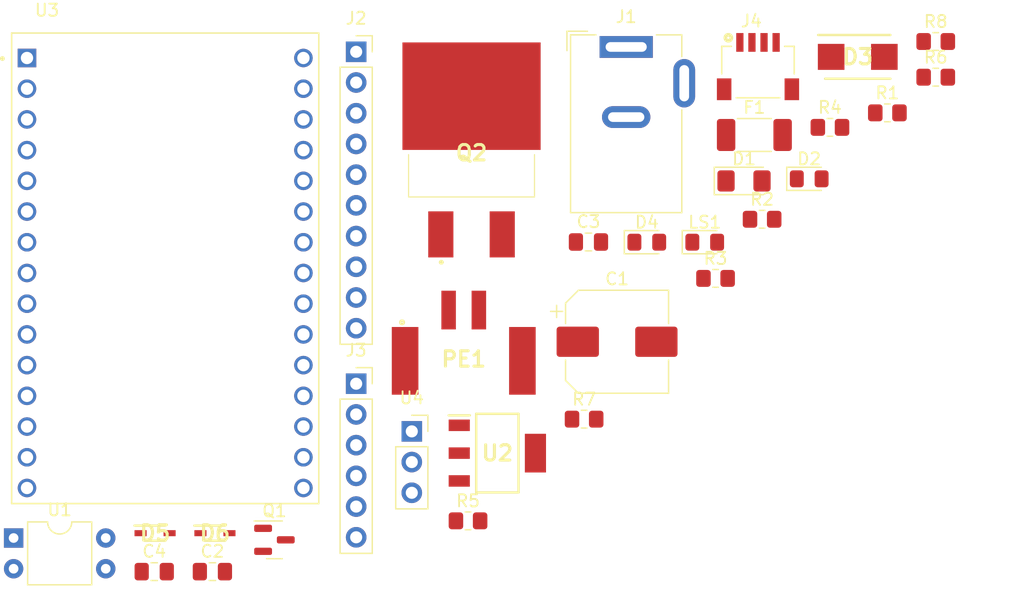
<source format=kicad_pcb>
(kicad_pcb (version 20211014) (generator pcbnew)
  (title_block (title "WasteBinPrototype") (date "2023-05-24") (rev "V0.1") (comment 1 "Designed by Casper R. Tak"))
  (layers (0 "F.Cu" signal) (31 "B.Cu" signal) (34 "B.Paste" user) (35 "F.Paste" user) (36 "B.SilkS" user "B.Silkscreen") (37 "F.SilkS" user "F.Silkscreen") (38 "B.Mask" user) (39 "F.Mask" user) (44 "Edge.Cuts" user))
  (net 0 "")
  (net 1 "12V")
  (net 2 "GND")
  (net 3 "5V")
  (net 4 "Net-(D1-Pad2)")
  (net 5 "Net-(D2-Pad1)")
  (net 6 "Net-(D4-Pad1)")
  (net 7 "SCL")
  (net 8 "SDA")
  (net 9 "Net-(F1-Pad1)")
  (net 10 "GPIO29")
  (net 11 "GPIO28")
  (net 12 "GPIO21")
  (net 13 "GPIO20")
  (net 14 "GPIO19")
  (net 15 "GPIO18")
  (net 16 "GPIO7")
  (net 17 "GPIO6")
  (net 18 "GPIO2")
  (net 19 "RST")
  (net 20 "3.3V+")
  (net 21 "Net-(LS1-Pad2)")
  (net 22 "Net-(Q1-Pad1)")
  (net 23 "Net-(Q2-Pad1)")
  (net 24 "PiezoSignal")
  (net 25 "Net-(R6-Pad2)")
  (net 26 "Net-(R7-Pad1)")
  (net 27 "PWM")
  (net 28 "LidPos")
  (net 29 "3.3V")
  (net 30 "PiezoCtrl")
  (net 32 "PeltierCtrl")
  (footprint "SamacSys_Parts:SOD2512X110N" (layer "F.Cu") (at 116.989 120.605)
    (fp_text reference "D5" (at 0 0) (layer "F.SilkS") (effects (font (size 1.27 1.27) (thickness 0.254))))
    (fp_text value "ESD7351HT1G" hide)
    (fp_line (start -1.7 -0.625) (end 0.85 -0.625) (layer "F.SilkS") (width 0.2))
    (fp_line (start -0.85 0.625) (end 0.85 0.625) (layer "F.SilkS") (width 0.2))
    (pad "1" smd rect locked (at -1.2 0 90) (size 0.5 1) (layers "F.Cu" "F.Paste" "F.Mask") (net 7 "SCL"))
    (pad "2" smd rect locked (at 1.2 0 90) (size 0.5 1) (layers "F.Cu" "F.Paste" "F.Mask") (net 2 "GND"))
  )
  (footprint "Connector_BarrelJack:BarrelJack_Wuerth_6941xx301002" (layer "F.Cu") (at 155.949 80.395)
    (fp_text reference "J1" (at 0 -2.5) (layer "F.SilkS"))
    (fp_text value "Jack-DC 12V")
    (fp_line (start 2.5 -1) (end 4.6 -1) (layer "F.SilkS") (width 0.12))
    (fp_line (start 4.6 5.2) (end 4.6 13.7) (layer "F.SilkS") (width 0.12))
    (fp_line (start -4.9 -1.3) (end -4.9 0.3) (layer "F.SilkS") (width 0.12))
    (fp_line (start -4.6 13.7) (end -4.6 -1) (layer "F.SilkS") (width 0.12))
    (fp_line (start -4.6 -1) (end -2.5 -1) (layer "F.SilkS") (width 0.12))
    (fp_line (start 4.6 13.7) (end -4.6 13.7) (layer "F.SilkS") (width 0.12))
    (fp_line (start -3.2 -1.3) (end -4.9 -1.3) (layer "F.SilkS") (width 0.12))
    (fp_line (start 4.6 -1) (end 4.6 0.8) (layer "F.SilkS") (width 0.12))
    (pad "1" thru_hole rect (at 0 0) (size 4.4 1.8) (drill oval 3.4 0.8) (layers *.Cu *.Mask) (net 9 "Net-(F1-Pad1)"))
    (pad "2" thru_hole oval (at 0 5.8) (size 4 1.8) (drill oval 3 0.8) (layers *.Cu *.Mask) (net 2 "GND"))
    (pad "3" thru_hole oval (at 4.8 3 90) (size 4 1.8) (drill oval 3 0.8) (layers *.Cu *.Mask) (net 2 "GND"))
  )
  (footprint "Resistor_SMD:R_0805_2012Metric_Pad1.20x1.40mm_HandSolder" (layer "F.Cu") (at 152.469 111.175)
    (fp_text reference "R7" (at 0 -1.65) (layer "F.SilkS"))
    (fp_text value "1K")
    (fp_line (start -0.227064 -0.735) (end 0.227064 -0.735) (layer "F.SilkS") (width 0.12))
    (fp_line (start -0.227064 0.735) (end 0.227064 0.735) (layer "F.SilkS") (width 0.12))
    (pad "1" smd roundrect (at -1 0) (size 1.2 1.4) (layers "F.Cu" "F.Paste" "F.Mask") (roundrect_rratio 0.208333) (net 26 "Net-(R7-Pad1)"))
    (pad "2" smd roundrect (at 1 0) (size 1.2 1.4) (layers "F.Cu" "F.Paste" "F.Mask") (roundrect_rratio 0.208333) (net 27 "PWM"))
  )
  (footprint "Connector_PinSocket_2.54mm:PinSocket_1x10_P2.54mm_Vertical" (layer "F.Cu") (at 133.619 80.795)
    (fp_text reference "J2" (at 0 -2.77) (layer "F.SilkS"))
    (fp_text value "Conn_01x10_Male")
    (fp_line (start -1.33 24.19) (end 1.33 24.19) (layer "F.SilkS") (width 0.12))
    (fp_line (start 1.33 1.27) (end 1.33 24.19) (layer "F.SilkS") (width 0.12))
    (fp_line (start 0 -1.33) (end 1.33 -1.33) (layer "F.SilkS") (width 0.12))
    (fp_line (start -1.33 1.27) (end -1.33 24.19) (layer "F.SilkS") (width 0.12))
    (fp_line (start -1.33 1.27) (end 1.33 1.27) (layer "F.SilkS") (width 0.12))
    (fp_line (start 1.33 -1.33) (end 1.33 0) (layer "F.SilkS") (width 0.12))
    (pad "1" thru_hole rect (at 0 0) (size 1.7 1.7) (drill 1) (layers *.Cu *.Mask) (net 10 "GPIO29"))
    (pad "2" thru_hole oval (at 0 2.54) (size 1.7 1.7) (drill 1) (layers *.Cu *.Mask) (net 11 "GPIO28"))
    (pad "3" thru_hole oval (at 0 5.08) (size 1.7 1.7) (drill 1) (layers *.Cu *.Mask) (net 12 "GPIO21"))
    (pad "4" thru_hole oval (at 0 7.62) (size 1.7 1.7) (drill 1) (layers *.Cu *.Mask) (net 13 "GPIO20"))
    (pad "5" thru_hole oval (at 0 10.16) (size 1.7 1.7) (drill 1) (layers *.Cu *.Mask) (net 14 "GPIO19"))
    (pad "6" thru_hole oval (at 0 12.7) (size 1.7 1.7) (drill 1) (layers *.Cu *.Mask) (net 15 "GPIO18"))
    (pad "7" thru_hole oval (at 0 15.24) (size 1.7 1.7) (drill 1) (layers *.Cu *.Mask) (net 16 "GPIO7"))
    (pad "8" thru_hole oval (at 0 17.78) (size 1.7 1.7) (drill 1) (layers *.Cu *.Mask) (net 17 "GPIO6"))
    (pad "9" thru_hole oval (at 0 20.32) (size 1.7 1.7) (drill 1) (layers *.Cu *.Mask) (net 18 "GPIO2"))
    (pad "10" thru_hole oval (at 0 22.86) (size 1.7 1.7) (drill 1) (layers *.Cu *.Mask) (net 19 "RST"))
  )
  (footprint "Resistor_SMD:R_0805_2012Metric_Pad1.20x1.40mm_HandSolder" (layer "F.Cu") (at 142.869 119.585)
    (fp_text reference "R5" (at 0 -1.65) (layer "F.SilkS"))
    (fp_text value "100")
    (fp_line (start -0.227064 -0.735) (end 0.227064 -0.735) (layer "F.SilkS") (width 0.12))
    (fp_line (start -0.227064 0.735) (end 0.227064 0.735) (layer "F.SilkS") (width 0.12))
    (pad "1" smd roundrect (at -1 0) (size 1.2 1.4) (layers "F.Cu" "F.Paste" "F.Mask") (roundrect_rratio 0.208333) (net 23 "Net-(Q2-Pad1)"))
    (pad "2" smd roundrect (at 1 0) (size 1.2 1.4) (layers "F.Cu" "F.Paste" "F.Mask") (roundrect_rratio 0.208333) (net 6 "Net-(D4-Pad1)"))
  )
  (footprint "LED_SMD:LED_0805_2012Metric_Pad1.15x1.40mm_HandSolder" (layer "F.Cu") (at 171.084 91.3)
    (fp_text reference "D2" (at 0 -1.65) (layer "F.SilkS"))
    (fp_text value "LED")
    (fp_line (start -1.86 0.96) (end 1 0.96) (layer "F.SilkS") (width 0.12))
    (fp_line (start 1 -0.96) (end -1.86 -0.96) (layer "F.SilkS") (width 0.12))
    (fp_line (start -1.86 -0.96) (end -1.86 0.96) (layer "F.SilkS") (width 0.12))
    (pad "1" smd roundrect (at -1.025 0) (size 1.15 1.4) (layers "F.Cu" "F.Paste" "F.Mask") (roundrect_rratio 0.217391) (net 5 "Net-(D2-Pad1)"))
    (pad "2" smd roundrect (at 1.025 0) (size 1.15 1.4) (layers "F.Cu" "F.Paste" "F.Mask") (roundrect_rratio 0.217391) (net 1 "12V"))
  )
  (footprint "Package_TO_SOT_SMD:SOT-23" (layer "F.Cu") (at 126.859 121.155)
    (fp_text reference "Q1" (at 0 -2.4) (layer "F.SilkS"))
    (fp_text value "MMBT3904")
    (fp_line (start 0 1.56) (end -0.65 1.56) (layer "F.SilkS") (width 0.12))
    (fp_line (start 0 1.56) (end 0.65 1.56) (layer "F.SilkS") (width 0.12))
    (fp_line (start 0 -1.56) (end -1.675 -1.56) (layer "F.SilkS") (width 0.12))
    (fp_line (start 0 -1.56) (end 0.65 -1.56) (layer "F.SilkS") (width 0.12))
    (pad "1" smd roundrect (at -0.9375 -0.95) (size 1.475 0.6) (layers "F.Cu" "F.Paste" "F.Mask") (net 22 "Net-(Q1-Pad1)"))
    (pad "2" smd roundrect (at -0.9375 0.95) (size 1.475 0.6) (layers "F.Cu" "F.Paste" "F.Mask") (net 2 "GND"))
    (pad "3" smd roundrect (at 0.9375 0) (size 1.475 0.6) (layers "F.Cu" "F.Paste" "F.Mask") (net 21 "Net-(LS1-Pad2)"))
  )
  (footprint "Capacitor_SMD:C_0805_2012Metric_Pad1.18x1.45mm_HandSolder" (layer "F.Cu") (at 121.729 123.785)
    (fp_text reference "C2" (at 0 -1.68) (layer "F.SilkS"))
    (fp_text value "100nF 25V")
    (fp_line (start -0.261252 0.735) (end 0.261252 0.735) (layer "F.SilkS") (width 0.12))
    (fp_line (start -0.261252 -0.735) (end 0.261252 -0.735) (layer "F.SilkS") (width 0.12))
    (pad "1" smd roundrect (at -1.0375 0) (size 1.175 1.45) (layers "F.Cu" "F.Paste" "F.Mask") (roundrect_rratio 0.212766) (net 1 "12V"))
    (pad "2" smd roundrect (at 1.0375 0) (size 1.175 1.45) (layers "F.Cu" "F.Paste" "F.Mask") (roundrect_rratio 0.212766) (net 2 "GND"))
  )
  (footprint "Resistor_SMD:R_0805_2012Metric_Pad1.20x1.40mm_HandSolder" (layer "F.Cu") (at 177.549 85.845)
    (fp_text reference "R1" (at 0 -1.65) (layer "F.SilkS"))
    (fp_text value "1K")
    (fp_line (start -0.227064 -0.735) (end 0.227064 -0.735) (layer "F.SilkS") (width 0.12))
    (fp_line (start -0.227064 0.735) (end 0.227064 0.735) (layer "F.SilkS") (width 0.12))
    (pad "1" smd roundrect (at -1 0) (size 1.2 1.4) (layers "F.Cu" "F.Paste" "F.Mask") (roundrect_rratio 0.208333) (net 24 "PiezoSignal"))
    (pad "2" smd roundrect (at 1 0) (size 1.2 1.4) (layers "F.Cu" "F.Paste" "F.Mask") (roundrect_rratio 0.208333) (net 22 "Net-(Q1-Pad1)"))
  )
  (footprint "Resistor_SMD:R_0805_2012Metric_Pad1.20x1.40mm_HandSolder" (layer "F.Cu") (at 172.799 87.045)
    (fp_text reference "R4" (at 0 -1.65) (layer "F.SilkS"))
    (fp_text value "4.7K")
    (fp_line (start -0.227064 0.735) (end 0.227064 0.735) (layer "F.SilkS") (width 0.12))
    (fp_line (start -0.227064 -0.735) (end 0.227064 -0.735) (layer "F.SilkS") (width 0.12))
    (pad "1" smd roundrect (at -1 0) (size 1.2 1.4) (layers "F.Cu" "F.Paste" "F.Mask") (roundrect_rratio 0.208333) (net 23 "Net-(Q2-Pad1)"))
    (pad "2" smd roundrect (at 1 0) (size 1.2 1.4) (layers "F.Cu" "F.Paste" "F.Mask") (roundrect_rratio 0.208333) (net 2 "GND"))
  )
  (footprint "Diode_SMD:D_1206_3216Metric_Pad1.42x1.75mm_HandSolder" (layer "F.Cu") (at 165.694 91.475)
    (fp_text reference "D1" (at 0 -1.82) (layer "F.SilkS"))
    (fp_text value "DIODE-1N4148")
    (fp_line (start 1.6 -1.135) (end -2.46 -1.135) (layer "F.SilkS") (width 0.12))
    (fp_line (start -2.46 1.135) (end 1.6 1.135) (layer "F.SilkS") (width 0.12))
    (fp_line (start -2.46 -1.135) (end -2.46 1.135) (layer "F.SilkS") (width 0.12))
    (pad "1" smd roundrect (at -1.4875 0) (size 1.425 1.75) (layers "F.Cu" "F.Paste" "F.Mask") (roundrect_rratio 0.175439) (net 1 "12V"))
    (pad "2" smd roundrect (at 1.4875 0) (size 1.425 1.75) (layers "F.Cu" "F.Paste" "F.Mask") (roundrect_rratio 0.175439) (net 4 "Net-(D1-Pad2)"))
  )
  (footprint "SamacSys_Parts:IRF2804STRLPBF" (layer "F.Cu") (at 143.159 91.145)
    (fp_text reference "Q2" (at 0 -1.985) (layer "F.SilkS") (effects (font (size 1.27 1.27) (thickness 0.254))))
    (fp_text value "IRL540NSTRLPBF" hide)
    (fp_line (start 5.207 1.655) (end 5.207 -1.845) (layer "F.SilkS") (width 0.1))
    (fp_line (start -2.6 7.055) (end -2.6 7.055) (layer "F.SilkS") (width 0.2))
    (fp_line (start -5.207 -1.845) (end -5.207 1.655) (layer "F.SilkS") (width 0.1))
    (fp_line (start -2.4 7.055) (end -2.4 7.055) (layer "F.SilkS") (width 0.2))
    (fp_line (start -5.207 1.655) (end 5.207 1.655) (layer "F.SilkS") (width 0.1))
    (fp_arc (start -2.6 7.055) (mid -2.5 6.955) (end -2.4 7.055) (layer "F.SilkS") (width 0.2))
    (fp_arc (start -2.4 7.055) (mid -2.5 7.155) (end -2.6 7.055) (layer "F.SilkS") (width 0.2))
    (pad "1" smd rect locked (at -2.54 4.75) (size 2.08 3.81) (layers "F.Cu" "F.Paste" "F.Mask") (net 23 "Net-(Q2-Pad1)"))
    (pad "2" smd rect locked (at 0 -6.68 90) (size 8.89 11.43) (layers "F.Cu" "F.Paste" "F.Mask") (net 2 "GND"))
    (pad "3" smd rect locked (at 2.54 4.75) (size 2.08 3.81) (layers "F.Cu" "F.Paste" "F.Mask") (net 4 "Net-(D1-Pad2)"))
  )
  (footprint "Capacitor_SMD:CP_Elec_8x10" (layer "F.Cu") (at 155.194 104.775)
    (fp_text reference "C1" (at 0 -5.2) (layer "F.SilkS"))
    (fp_text value "680uF 25V")
    (fp_line (start 4.26 4.26) (end 4.26 1.51) (layer "F.SilkS") (width 0.12))
    (fp_line (start -3.195563 -4.26) (end 4.26 -4.26) (layer "F.SilkS") (width 0.12))
    (fp_line (start -4.26 -3.195563) (end -4.26 -1.51) (layer "F.SilkS") (width 0.12))
    (fp_line (start -4.26 3.195563) (end -4.26 1.51) (layer "F.SilkS") (width 0.12))
    (fp_line (start -3.195563 4.26) (end 4.26 4.26) (layer "F.SilkS") (width 0.12))
    (fp_line (start -5.5 -2.51) (end -4.5 -2.51) (layer "F.SilkS") (width 0.12))
    (fp_line (start -5 -3.01) (end -5 -2.01) (layer "F.SilkS") (width 0.12))
    (fp_line (start -4.26 -3.195563) (end -3.195563 -4.26) (layer "F.SilkS") (width 0.12))
    (fp_line (start 4.26 -4.26) (end 4.26 -1.51) (layer "F.SilkS") (width 0.12))
    (fp_line (start -4.26 3.195563) (end -3.195563 4.26) (layer "F.SilkS") (width 0.12))
    (pad "1" smd roundrect (at -3.25 0) (size 3.5 2.5) (layers "F.Cu" "F.Paste" "F.Mask") (roundrect_rratio 0.1) (net 1 "12V"))
    (pad "2" smd roundrect (at 3.25 0) (size 3.5 2.5) (layers "F.Cu" "F.Paste" "F.Mask") (roundrect_rratio 0.1) (net 2 "GND"))
  )
  (footprint "Connector_PinSocket_2.54mm:PinSocket_1x03_P2.54mm_Vertical" (layer "F.Cu") (at 138.219 112.185)
    (fp_text reference "U4" (at 0 -2.77) (layer "F.SilkS"))
    (fp_text value "A1301EUA-T")
    (fp_line (start 1.33 -1.33) (end 1.33 0) (layer "F.SilkS") (width 0.12))
    (fp_line (start 1.33 1.27) (end 1.33 6.41) (layer "F.SilkS") (width 0.12))
    (fp_line (start 0 -1.33) (end 1.33 -1.33) (layer "F.SilkS") (width 0.12))
    (fp_line (start -1.33 1.27) (end 1.33 1.27) (layer "F.SilkS") (width 0.12))
    (fp_line (start -1.33 6.41) (end 1.33 6.41) (layer "F.SilkS") (width 0.12))
    (fp_line (start -1.33 1.27) (end -1.33 6.41) (layer "F.SilkS") (width 0.12))
    (pad "1" thru_hole rect (at 0 0) (size 1.7 1.7) (drill 1) (layers *.Cu *.Mask) (net 29 "3.3V"))
    (pad "2" thru_hole oval (at 0 2.54) (size 1.7 1.7) (drill 1) (layers *.Cu *.Mask) (net 2 "GND"))
    (pad "3" thru_hole oval (at 0 5.08) (size 1.7 1.7) (drill 1) (layers *.Cu *.Mask) (net 28 "LidPos"))
  )
  (footprint "SamacSys_Parts:SOT230P700X180-4N" (layer "F.Cu") (at 145.294 113.985)
    (fp_text reference "U2" (at 0 0) (layer "F.SilkS") (effects (font (size 1.27 1.27) (thickness 0.254))))
    (fp_text value "TLV1117-50" hide)
    (fp_line (start 1.75 -3.25) (end 1.75 3.25) (layer "F.SilkS") (width 0.2))
    (fp_line (start -1.75 -3.25) (end 1.75 -3.25) (layer "F.SilkS") (width 0.2))
    (fp_line (start -4.025 -3.125) (end -2.275 -3.125) (layer "F.SilkS") (width 0.2))
    (fp_line (start 1.75 3.25) (end -1.75 3.25) (layer "F.SilkS") (width 0.2))
    (fp_line (start -1.75 3.25) (end -1.75 -3.25) (layer "F.SilkS") (width 0.2))
    (pad "1" smd rect locked (at -3.15 -2.3 90) (size 0.95 1.75) (layers "F.Cu" "F.Paste" "F.Mask") (net 2 "GND"))
    (pad "2" smd rect locked (at -3.15 0 90) (size 0.95 1.75) (layers "F.Cu" "F.Paste" "F.Mask") (net 3 "5V"))
    (pad "3" smd rect locked (at -3.15 2.3 90) (size 0.95 1.75) (layers "F.Cu" "F.Paste" "F.Mask") (net 1 "12V"))
    (pad "4" smd rect locked (at 3.15 0) (size 1.75 3.2) (layers "F.Cu" "F.Paste" "F.Mask"))
  )
  (footprint "Resistor_SMD:R_0805_2012Metric_Pad1.20x1.40mm_HandSolder" (layer "F.Cu") (at 181.549 79.945)
    (fp_text reference "R8" (at 0 -1.65) (layer "F.SilkS"))
    (fp_text value "10K")
    (fp_line (start -0.227064 0.735) (end 0.227064 0.735) (layer "F.SilkS") (width 0.12))
    (fp_line (start -0.227064 -0.735) (end 0.227064 -0.735) (layer "F.SilkS") (width 0.12))
    (pad "1" smd roundrect (at -1 0) (size 1.2 1.4) (layers "F.Cu" "F.Paste" "F.Mask") (roundrect_rratio 0.208333) (net 28 "LidPos"))
    (pad "2" smd roundrect (at 1 0) (size 1.2 1.4) (layers "F.Cu" "F.Paste" "F.Mask") (roundrect_rratio 0.208333) (net 29 "3.3V"))
  )
  (footprint "Resistor_SMD:R_0805_2012Metric_Pad1.20x1.40mm_HandSolder" (layer "F.Cu") (at 167.189 94.645)
    (fp_text reference "R2" (at 0 -1.65) (layer "F.SilkS"))
    (fp_text value "4.7K")
    (fp_line (start -0.227064 0.735) (end 0.227064 0.735) (layer "F.SilkS") (width 0.12))
    (fp_line (start -0.227064 -0.735) (end 0.227064 -0.735) (layer "F.SilkS") (width 0.12))
    (pad "1" smd roundrect (at -1 0) (size 1.2 1.4) (layers "F.Cu" "F.Paste" "F.Mask") (roundrect_rratio 0.208333) (net 5 "Net-(D2-Pad1)"))
    (pad "2" smd roundrect (at 1 0) (size 1.2 1.4) (layers "F.Cu" "F.Paste" "F.Mask") (roundrect_rratio 0.208333) (net 4 "Net-(D1-Pad2)"))
  )
  (footprint "Capacitor_SMD:C_0805_2012Metric_Pad1.18x1.45mm_HandSolder" (layer "F.Cu") (at 116.919 123.785)
    (fp_text reference "C4" (at 0 -1.68) (layer "F.SilkS"))
    (fp_text value "100nF 25V")
    (fp_line (start -0.261252 0.735) (end 0.261252 0.735) (layer "F.SilkS") (width 0.12))
    (fp_line (start -0.261252 -0.735) (end 0.261252 -0.735) (layer "F.SilkS") (width 0.12))
    (pad "1" smd roundrect (at -1.0375 0) (size 1.175 1.45) (layers "F.Cu" "F.Paste" "F.Mask") (roundrect_rratio 0.212766) (net 2 "GND"))
    (pad "2" smd roundrect (at 1.0375 0) (size 1.175 1.45) (layers "F.Cu" "F.Paste" "F.Mask") (roundrect_rratio 0.212766) (net 3 "5V"))
  )
  (footprint "LED_SMD:LED_0805_2012Metric_Pad1.15x1.40mm_HandSolder" (layer "F.Cu") (at 162.444 96.54)
    (fp_text reference "LS1" (at 0 -1.65) (layer "F.SilkS"))
    (fp_text value "CMT-7525-80-SMT-TR")
    (fp_line (start -1.86 0.96) (end 1 0.96) (layer "F.SilkS") (width 0.12))
    (fp_line (start -1.86 -0.96) (end -1.86 0.96) (layer "F.SilkS") (width 0.12))
    (fp_line (start 1 -0.96) (end -1.86 -0.96) (layer "F.SilkS") (width 0.12))
    (pad "1" smd roundrect (at -1.025 0) (size 1.15 1.4) (layers "F.Cu" "F.Paste" "F.Mask") (roundrect_rratio 0.217391) (net 3 "5V"))
    (pad "2" smd roundrect (at 1.025 0) (size 1.15 1.4) (layers "F.Cu" "F.Paste" "F.Mask") (roundrect_rratio 0.217391) (net 21 "Net-(LS1-Pad2)"))
  )
  (footprint "SnapEDA Library:JST_SM04B-SRSS-TB(LF)(SN)" (layer "F.Cu") (at 166.849 80.02)
    (fp_text reference "J4" (at -0.545095 -1.767685) (layer "F.SilkS") (effects (font (size 1.001173 1.001173))))
    (fp_text value "SM04B-SRSS-TB(LF)(SN)")
    (fp_line (start 3 0.325) (end 3 2.6) (layer "F.SilkS") (width 0.127))
    (fp_line (start -2.2 0.325) (end -3 0.325) (layer "F.SilkS") (width 0.127))
    (fp_line (start -3 0.325) (end -3 2.6) (layer "F.SilkS") (width 0.127))
    (fp_line (start 2.2 0.325) (end 3 0.325) (layer "F.SilkS") (width 0.127))
    (fp_line (start -1.8 4.575) (end 1.8 4.575) (layer "F.SilkS") (width 0.127))
    (fp_circle (center -2.45 -0.385) (end -2.35 -0.385) (layer "F.SilkS") (width 0.3) (fill none))
    (pad "1" smd rect locked (at -1.5 0) (size 0.6 1.55) (layers "F.Cu" "F.Paste" "F.Mask") (net 2 "GND"))
    (pad "2" smd rect locked (at -0.5 0) (size 0.6 1.55) (layers "F.Cu" "F.Paste" "F.Mask") (net 20 "3.3V+"))
    (pad "3" smd rect locked (at 0.5 0) (size 0.6 1.55) (layers "F.Cu" "F.Paste" "F.Mask") (net 7 "SCL"))
    (pad "4" smd rect locked (at 1.5 0) (size 0.6 1.55) (layers "F.Cu" "F.Paste" "F.Mask") (net 8 "SDA"))
    (pad "S1" smd rect locked (at -2.8 3.875 180) (size 1.2 1.8) (layers "F.Cu" "F.Paste" "F.Mask") (net 2 "GND"))
    (pad "S2" smd rect locked (at 2.8 3.875 180) (size 1.2 1.8) (layers "F.Cu" "F.Paste" "F.Mask") (net 2 "GND"))
  )
  (footprint "SamacSys_Parts:1808190" (layer "F.Cu") (at 142.515 102.153)
    (fp_text reference "PE1" (at 0 4.064) (layer "F.SilkS") (effects (font (size 1.27 1.27) (thickness 0.254))))
    (fp_text value "PeltierElement" hide)
    (fp_circle (center -5.1 1.016) (end -5.1 1.066) (layer "F.SilkS") (width 0.2) (fill none))
    (pad "1" smd rect (at -1.25 0) (size 1.2 3.2) (layers "F.Cu" "F.Paste" "F.Mask") (net 1 "12V"))
    (pad "2" smd rect (at 1.25 0) (size 1.2 3.2) (layers "F.Cu" "F.Paste" "F.Mask") (net 4 "Net-(D1-Pad2)"))
    (pad "3" smd rect (at -4.85 4.2) (size 2.2 5.6) (layers "F.Cu" "F.Paste" "F.Mask"))
    (pad "4" smd rect (at 4.85 4.2) (size 2.2 5.6) (layers "F.Cu" "F.Paste" "F.Mask"))
  )
  (footprint "SamacSys_Parts:SOD2512X110N" (layer "F.Cu") (at 121.939 120.605)
    (fp_text reference "D6" (at 0 0) (layer "F.SilkS") (effects (font (size 1.27 1.27) (thickness 0.254))))
    (fp_text value "ESD7351HT1G" hide)
    (fp_line (start -0.85 0.625) (end 0.85 0.625) (layer "F.SilkS") (width 0.2))
    (fp_line (start -1.7 -0.625) (end 0.85 -0.625) (layer "F.SilkS") (width 0.2))
    (pad "1" smd rect locked (at -1.2 0 90) (size 0.5 1) (layers "F.Cu" "F.Paste" "F.Mask") (net 8 "SDA"))
    (pad "2" smd rect locked (at 1.2 0 90) (size 0.5 1) (layers "F.Cu" "F.Paste" "F.Mask") (net 2 "GND"))
  )
  (footprint "Resistor_SMD:R_0805_2012Metric_Pad1.20x1.40mm_HandSolder" (layer "F.Cu") (at 181.549 82.895)
    (fp_text reference "R6" (at 0 -1.65) (layer "F.SilkS"))
    (fp_text value "4.7K")
    (fp_line (start -0.227064 -0.735) (end 0.227064 -0.735) (layer "F.SilkS") (width 0.12))
    (fp_line (start -0.227064 0.735) (end 0.227064 0.735) (layer "F.SilkS") (width 0.12))
    (pad "1" smd roundrect (at -1 0) (size 1.2 1.4) (layers "F.Cu" "F.Paste" "F.Mask") (roundrect_rratio 0.208333) (net 1 "12V"))
    (pad "2" smd roundrect (at 1 0) (size 1.2 1.4) (layers "F.Cu" "F.Paste" "F.Mask") (roundrect_rratio 0.208333) (net 25 "Net-(R6-Pad2)"))
  )
  (footprint "SamacSys_Parts:DIOM5436X261N" (layer "F.Cu") (at 175.099 81.215)
    (fp_text reference "D3" (at 0 0) (layer "F.SilkS") (effects (font (size 1.27 1.27) (thickness 0.254))))
    (fp_text value "SMBJ26A" hide)
    (fp_line (start 2.7 -1.81) (end -3.275 -1.81) (layer "F.SilkS") (width 0.2))
    (fp_line (start -2.7 1.81) (end 2.7 1.81) (layer "F.SilkS") (width 0.2))
    (pad "1" smd rect locked (at -2.2 0 90) (size 2.15 2.2) (layers "F.Cu" "F.Paste" "F.Mask"))
    (pad "2" smd rect locked (at 2.2 0 90) (size 2.15 2.2) (layers "F.Cu" "F.Paste" "F.Mask"))
  )
  (footprint "Package_DIP:DIP-4_W7.62mm" (layer "F.Cu") (at 105.289 121.005)
    (fp_text reference "U1" (at 3.81 -2.33) (layer "F.SilkS"))
    (fp_text value "PC817")
    (fp_line (start 2.81 -1.33) (end 1.16 -1.33) (layer "F.SilkS") (width 0.12))
    (fp_line (start 6.46 3.87) (end 6.46 -1.33) (layer "F.SilkS") (width 0.12))
    (fp_line (start 1.16 3.87) (end 6.46 3.87) (layer "F.SilkS") (width 0.12))
    (fp_line (start 6.46 -1.33) (end 4.81 -1.33) (layer "F.SilkS") (width 0.12))
    (fp_line (start 1.16 -1.33) (end 1.16 3.87) (layer "F.SilkS") (width 0.12))
    (fp_arc (start 4.81 -1.33) (mid 3.81 -0.33) (end 2.81 -1.33) (layer "F.SilkS") (width 0.12))
    (pad "1" thru_hole rect (at 0 0) (size 1.6 1.6) (drill 0.8) (layers *.Cu *.Mask) (net 26 "Net-(R7-Pad1)"))
    (pad "2" thru_hole oval (at 0 2.54) (size 1.6 1.6) (drill 0.8) (layers *.Cu *.Mask) (net 2 "GND"))
    (pad "3" thru_hole oval (at 7.62 2.54) (size 1.6 1.6) (drill 0.8) (layers *.Cu *.Mask) (net 6 "Net-(D4-Pad1)"))
    (pad "4" thru_hole oval (at 7.62 0) (size 1.6 1.6) (drill 0.8) (layers *.Cu *.Mask) (net 25 "Net-(R6-Pad2)"))
  )
  (footprint "Fuse:Fuse_2010_5025Metric_Pad1.52x2.65mm_HandSolder" (layer "F.Cu") (at 166.549 87.675)
    (fp_text reference "F1" (at 0 -2.28) (layer "F.SilkS"))
    (fp_text value "7A")
    (fp_line (start -1.402064 -1.36) (end 1.402064 -1.36) (layer "F.SilkS") (width 0.12))
    (fp_line (start -1.402064 1.36) (end 1.402064 1.36) (layer "F.SilkS") (width 0.12))
    (pad "1" smd roundrect (at -2.3375 0) (size 1.525 2.65) (layers "F.Cu" "F.Paste" "F.Mask") (roundrect_rratio 0.163934) (net 9 "Net-(F1-Pad1)"))
    (pad "2" smd roundrect (at 2.3375 0) (size 1.525 2.65) (layers "F.Cu" "F.Paste" "F.Mask") (roundrect_rratio 0.163934) (net 1 "12V"))
  )
  (footprint "Resistor_SMD:R_0805_2012Metric_Pad1.20x1.40mm_HandSolder" (layer "F.Cu") (at 163.339 99.535)
    (fp_text reference "R3" (at 0 -1.65) (layer "F.SilkS"))
    (fp_text value "1K")
    (fp_line (start -0.227064 -0.735) (end 0.227064 -0.735) (layer "F.SilkS") (width 0.12))
    (fp_line (start -0.227064 0.735) (end 0.227064 0.735) (layer "F.SilkS") (width 0.12))
    (pad "1" smd roundrect (at -1 0) (size 1.2 1.4) (layers "F.Cu" "F.Paste" "F.Mask") (roundrect_rratio 0.208333) (net 21 "Net-(LS1-Pad2)"))
    (pad "2" smd roundrect (at 1 0) (size 1.2 1.4) (layers "F.Cu" "F.Paste" "F.Mask") (roundrect_rratio 0.208333) (net 3 "5V"))
  )
  (footprint "SnapEDA Library:XCVR_ESP32-C3-DEVKITC-02" (layer "F.Cu") (at 117.826 98.7)
    (fp_text reference "U3" (at -9.775 -21.34) (layer "F.SilkS"))
    (fp_text value "ESP32-C3-DEVKITC-02")
    (fp_line (start 12.7 19.455) (end -12.7 19.455) (layer "F.SilkS") (width 0.127))
    (fp_line (start -12.7 -19.455) (end 12.7 -19.455) (layer "F.SilkS") (width 0.127))
    (fp_line (start 12.7 -19.455) (end 12.7 19.455) (layer "F.SilkS") (width 0.127))
    (fp_line (start -12.7 19.455) (end -12.7 -19.455) (layer "F.SilkS") (width 0.127))
    (fp_circle (center -13.462 -17.347) (end -13.362 -17.347) (layer "F.SilkS") (width 0.2) (fill none))
    (pad "1" thru_hole rect locked (at -11.43 -17.3922) (size 1.53 1.53) (drill 1.02) (layers *.Cu *.Mask) (net 2 "GND"))
    (pad "2" thru_hole circle locked (at -11.43 -14.8522) (size 1.53 1.53) (drill 1.02) (layers *.Cu *.Mask) (net 29 "3.3V"))
    (pad "3" thru_hole circle locked (at -11.43 -12.3122) (size 1.53 1.53) (drill 1.02) (layers *.Cu *.Mask) (net 29 "3.3V"))
    (pad "4" thru_hole circle locked (at -11.43 -9.7722) (size 1.53 1.53) (drill 1.02) (layers *.Cu *.Mask) (net 19 "RST"))
    (pad "5" thru_hole circle locked (at -11.43 -7.2322) (size 1.53 1.53) (drill 1.02) (layers *.Cu *.Mask) (net 2 "GND"))
    (pad "6" thru_hole circle locked (at -11.43 -4.6922) (size 1.53 1.53) (drill 1.02) (layers *.Cu *.Mask) (net 28 "LidPos"))
    (pad "7" thru_hole circle locked (at -11.43 -2.1522) (size 1.53 1.53) (drill 1.02) (layers *.Cu *.Mask) (net 30 "PiezoCtrl"))
    (pad "8" thru_hole circle locked (at -11.43 0.3878) (size 1.53 1.53) (drill 1.02) (layers *.Cu *.Mask) (net 17 "GPIO6"))
    (pad "9" thru_hole circle locked (at -11.43 2.9278) (size 1.53 1.53) (drill 1.02) (layers *.Cu *.Mask) (net 16 "GPIO7"))
    (pad "10" thru_hole circle locked (at -11.43 5.4678) (size 1.53 1.53) (drill 1.02) (layers *.Cu *.Mask) (net 2 "GND"))
    (pad "11" thru_hole circle locked (at -11.43 8.0078) (size 1.53 1.53) (drill 1.02) (layers *.Cu *.Mask) (net 8 "SDA"))
    (pad "12" thru_hole circle locked (at -11.43 10.5478) (size 1.53 1.53) (drill 1.02) (layers *.Cu *.Mask) (net 7 "SCL"))
    (pad "13" thru_hole circle locked (at -11.43 13.0878) (size 1.53 1.53) (drill 1.02) (layers *.Cu *.Mask) (net 3 "5V"))
    (pad "14" thru_hole circle locked (at -11.43 15.6278) (size 1.53 1.53) (drill 1.02) (layers *.Cu *.Mask) (net 3 "5V"))
    (pad "15" thru_hole circle locked (at -11.43 18.1678) (size 1.53 1.53) (drill 1.02) (layers *.Cu *.Mask) (net 2 "GND"))
    (pad "16" thru_hole circle locked (at 11.43 18.1678) (size 1.53 1.53) (drill 1.02) (layers *.Cu *.Mask) (net 2 "GND"))
    (pad "17" thru_hole circle locked (at 11.43 15.6278) (size 1.53 1.53) (drill 1.02) (layers *.Cu *.Mask) (net 2 "GND"))
    (pad "18" thru_hole circle locked (at 11.43 13.0878) (size 1.53 1.53) (drill 1.02) (layers *.Cu *.Mask) (net 14 "GPIO19"))
    (pad "19" thru_hole circle locked (at 11.43 10.5478) (size 1.53 1.53) (drill 1.02) (layers *.Cu *.Mask) (net 15 "GPIO18"))
    (pad "20" thru_hole circle locked (at 11.43 8.0078) (size 1.53 1.53) (drill 1.02) (layers *.Cu *.Mask) (net 2 "GND"))
    (pad "21" thru_hole circle locked (at 11.43 5.4678) (size 1.53 1.53) (drill 1.02) (layers *.Cu *.Mask) (net 12 "GPIO21"))
    (pad "22" thru_hole circle locked (at 11.43 2.9278) (size 1.53 1.53) (drill 1.02) (layers *.Cu *.Mask) (net 13 "GPIO20"))
    (pad "23" thru_hole circle locked (at 11.43 0.3878) (size 1.53 1.53) (drill 1.02) (layers *.Cu *.Mask) (net 2 "GND"))
    (pad "24" thru_hole circle locked (at 11.43 -2.1522) (size 1.53 1.53) (drill 1.02) (layers *.Cu *.Mask))
    (pad "25" thru_hole circle locked (at 11.43 -4.6922) (size 1.53 1.53) (drill 1.02) (layers *.Cu *.Mask) (net 2 "GND"))
    (pad "26" thru_hole circle locked (at 11.43 -7.2322) (size 1.53 1.53) (drill 1.02) (layers *.Cu *.Mask) (net 32 "PeltierCtrl"))
    (pad "27" thru_hole circle locked (at 11.43 -9.7722) (size 1.53 1.53) (drill 1.02) (layers *.Cu *.Mask) (net 18 "GPIO2"))
    (pad "28" thru_hole circle locked (at 11.43 -12.3122) (size 1.53 1.53) (drill 1.02) (layers *.Cu *.Mask) (net 11 "GPIO28"))
    (pad "29" thru_hole circle locked (at 11.43 -14.8522) (size 1.53 1.53) (drill 1.02) (layers *.Cu *.Mask) (net 10 "GPIO29"))
    (pad "30" thru_hole circle locked (at 11.43 -17.3922) (size 1.53 1.53) (drill 1.02) (layers *.Cu *.Mask) (net 2 "GND"))
  )
  (footprint "Diode_SMD:D_0805_2012Metric_Pad1.15x1.40mm_HandSolder" (layer "F.Cu") (at 157.654 96.54)
    (fp_text reference "D4" (at 0 -1.65) (layer "F.SilkS"))
    (fp_text value "D")
    (fp_line (start 1 -0.96) (end -1.86 -0.96) (layer "F.SilkS") (width 0.12))
    (fp_line (start -1.86 -0.96) (end -1.86 0.96) (layer "F.SilkS") (width 0.12))
    (fp_line (start -1.86 0.96) (end 1 0.96) (layer "F.SilkS") (width 0.12))
    (pad "1" smd roundrect (at -1.025 0) (size 1.15 1.4) (layers "F.Cu" "F.Paste" "F.Mask") (roundrect_rratio 0.217391) (net 6 "Net-(D4-Pad1)"))
    (pad "2" smd roundrect (at 1.025 0) (size 1.15 1.4) (layers "F.Cu" "F.Paste" "F.Mask") (roundrect_rratio 0.217391) (net 2 "GND"))
  )
  (footprint "Connector_PinSocket_2.54mm:PinSocket_1x06_P2.54mm_Vertical" (layer "F.Cu") (at 133.619 108.245)
    (fp_text reference "J3" (at 0 -2.77) (layer "F.SilkS"))
    (fp_text value "Conn_01x06_Male")
    (fp_line (start 0 -1.33) (end 1.33 -1.33) (layer "F.SilkS") (width 0.12))
    (fp_line (start -1.33 1.27) (end 1.33 1.27) (layer "F.SilkS") (width 0.12))
    (fp_line (start 1.33 -1.33) (end 1.33 0) (layer "F.SilkS") (width 0.12))
    (fp_line (start -1.33 1.27) (end -1.33 14.03) (layer "F.SilkS") (width 0.12))
    (fp_line (start 1.33 1.27) (end 1.33 14.03) (layer "F.SilkS") (width 0.12))
    (fp_line (start -1.33 14.03) (end 1.33 14.03) (layer "F.SilkS") (width 0.12))
    (pad "1" thru_hole rect (at 0 0) (size 1.7 1.7) (drill 1) (layers *.Cu *.Mask) (net 3 "5V"))
    (pad "2" thru_hole oval (at 0 2.54) (size 1.7 1.7) (drill 1) (layers *.Cu *.Mask) (net 3 "5V"))
    (pad "3" thru_hole oval (at 0 5.08) (size 1.7 1.7) (drill 1) (layers *.Cu *.Mask) (net 3 "5V"))
    (pad "4" thru_hole oval (at 0 7.62) (size 1.7 1.7) (drill 1) (layers *.Cu *.Mask) (net 2 "GND"))
    (pad "5" thru_hole oval (at 0 10.16) (size 1.7 1.7) (drill 1) (layers *.Cu *.Mask) (net 2 "GND"))
    (pad "6" thru_hole oval (at 0 12.7) (size 1.7 1.7) (drill 1) (layers *.Cu *.Mask) (net 2 "GND"))
  )
  (footprint "Capacitor_SMD:C_0805_2012Metric_Pad1.18x1.45mm_HandSolder" (layer "F.Cu") (at 152.829 96.525)
    (fp_text reference "C3" (at 0 -1.68) (layer "F.SilkS"))
    (fp_text value "10uF 25V")
    (fp_line (start -0.261252 0.735) (end 0.261252 0.735) (layer "F.SilkS") (width 0.12))
    (fp_line (start -0.261252 -0.735) (end 0.261252 -0.735) (layer "F.SilkS") (width 0.12))
    (pad "1" smd roundrect (at -1.0375 0) (size 1.175 1.45) (layers "F.Cu" "F.Paste" "F.Mask") (roundrect_rratio 0.212766) (net 1 "12V"))
    (pad "2" smd roundrect (at 1.0375 0) (size 1.175 1.45) (layers "F.Cu" "F.Paste" "F.Mask") (roundrect_rratio 0.212766) (net 2 "GND"))
  )
)
</source>
